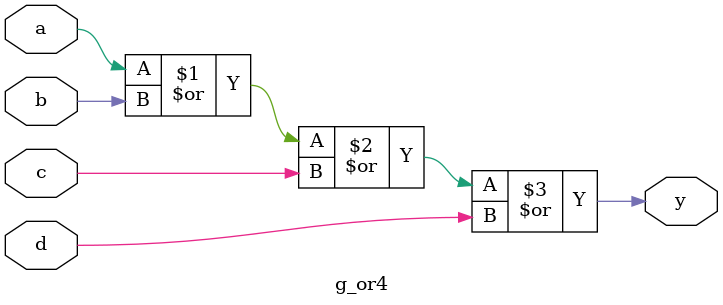
<source format=sv>

`timescale 1ps/1ps

module g_inv  (output wire y, input wire a);
  not  #(50) U_INV (y, a);
endmodule

module g_and2 (output wire y, input wire a, b);
  and  #(50) U_AND2 (y, a, b);
endmodule

module g_and3 (output wire y, input wire a, b, c);
  and  #(50) U_AND3 (y, a, b, c);
endmodule

module g_and4 (output wire y, input wire a, b, c, d);
  and  #(50) U_AND4 (y, a, b, c, d);
endmodule

module g_or2  (output wire y, input wire a, b);
  or   #(50) U_OR2  (y, a, b);
endmodule

module g_or3  (output wire y, input wire a, b, c);
  or   #(50) U_OR3  (y, a, b, c);
endmodule

module g_or4  (output wire y, input wire a, b, c, d);
  or   #(50) U_OR4  (y, a, b, c, d);
endmodule

</source>
